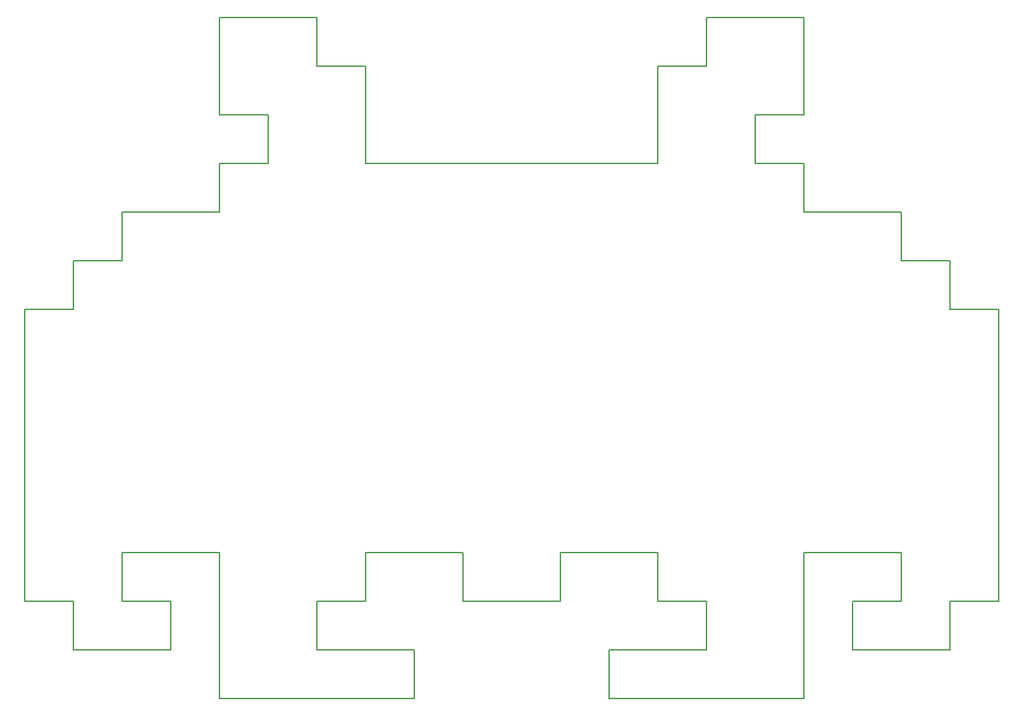
<source format=gbr>
G04 #@! TF.GenerationSoftware,KiCad,Pcbnew,5.0.2-bee76a0~70~ubuntu18.04.1*
G04 #@! TF.CreationDate,2019-06-22T03:36:54+02:00*
G04 #@! TF.ProjectId,invaders,696e7661-6465-4727-932e-6b696361645f,rev?*
G04 #@! TF.SameCoordinates,Original*
G04 #@! TF.FileFunction,Profile,NP*
%FSLAX46Y46*%
G04 Gerber Fmt 4.6, Leading zero omitted, Abs format (unit mm)*
G04 Created by KiCad (PCBNEW 5.0.2-bee76a0~70~ubuntu18.04.1) date lø. 22. juni 2019 kl. 03.36 +0200*
%MOMM*%
%LPD*%
G01*
G04 APERTURE LIST*
%ADD10C,0.150000*%
G04 APERTURE END LIST*
D10*
X38100000Y-158750000D02*
X25400000Y-158750000D01*
X31750000Y-152400000D02*
X38100000Y-152400000D01*
X133350000Y-152400000D02*
X127000000Y-152400000D01*
X133350000Y-158750000D02*
X127000000Y-158750000D01*
X57150000Y-152400000D02*
X57150000Y-158750000D01*
X63500000Y-152400000D02*
X57150000Y-152400000D01*
X107950000Y-158750000D02*
X101600000Y-158750000D01*
X107950000Y-152400000D02*
X107950000Y-158750000D01*
X101600000Y-152400000D02*
X107950000Y-152400000D01*
X139700000Y-152400000D02*
X139700000Y-158750000D01*
X146050000Y-152400000D02*
X139700000Y-152400000D01*
X146050000Y-146050000D02*
X146050000Y-152400000D01*
X127000000Y-146050000D02*
X120650000Y-146050000D01*
X133350000Y-146050000D02*
X133350000Y-152400000D01*
X133350000Y-158750000D02*
X139700000Y-158750000D01*
X127000000Y-152400000D02*
X127000000Y-158750000D01*
X120650000Y-158750000D02*
X120650000Y-165100000D01*
X101600000Y-165100000D02*
X107950000Y-165100000D01*
X101600000Y-146050000D02*
X95250000Y-146050000D01*
X101600000Y-158750000D02*
X95250000Y-158750000D01*
X57150000Y-158750000D02*
X69850000Y-158750000D01*
X63500000Y-165100000D02*
X69850000Y-165100000D01*
X44450000Y-158750000D02*
X44450000Y-165100000D01*
X44450000Y-146050000D02*
X44450000Y-158750000D01*
X31750000Y-146050000D02*
X44450000Y-146050000D01*
X31750000Y-152400000D02*
X31750000Y-146050000D01*
X44450000Y-76200000D02*
X44450000Y-82550000D01*
X63500000Y-88900000D02*
X63500000Y-82550000D01*
X101600000Y-88900000D02*
X101600000Y-82550000D01*
X120650000Y-76200000D02*
X120650000Y-82550000D01*
X101600000Y-146050000D02*
X101600000Y-152400000D01*
X88900000Y-146050000D02*
X95250000Y-146050000D01*
X88900000Y-152400000D02*
X88900000Y-146050000D01*
X76200000Y-152400000D02*
X88900000Y-152400000D01*
X76200000Y-146050000D02*
X76200000Y-152400000D01*
X63500000Y-146050000D02*
X76200000Y-146050000D01*
X63500000Y-152400000D02*
X63500000Y-146050000D01*
X69850000Y-165100000D02*
X69850000Y-158750000D01*
X57150000Y-165100000D02*
X63500000Y-165100000D01*
X44450000Y-165100000D02*
X57150000Y-165100000D01*
X38100000Y-158750000D02*
X38100000Y-152400000D01*
X101600000Y-95250000D02*
X82550000Y-95250000D01*
X101600000Y-88900000D02*
X101600000Y-95250000D01*
X107950000Y-82550000D02*
X101600000Y-82550000D01*
X107950000Y-76200000D02*
X107950000Y-82550000D01*
X120650000Y-76200000D02*
X107950000Y-76200000D01*
X120650000Y-88900000D02*
X120650000Y-82550000D01*
X114300000Y-88900000D02*
X120650000Y-88900000D01*
X63500000Y-95250000D02*
X82550000Y-95250000D01*
X63500000Y-88900000D02*
X63500000Y-95250000D01*
X57150000Y-82550000D02*
X63500000Y-82550000D01*
X57150000Y-76200000D02*
X57150000Y-82550000D01*
X44450000Y-76200000D02*
X57150000Y-76200000D01*
X44450000Y-88900000D02*
X44450000Y-82550000D01*
X50800000Y-88900000D02*
X44450000Y-88900000D01*
X95250000Y-165100000D02*
X101600000Y-165100000D01*
X114300000Y-95250000D02*
X114300000Y-88900000D01*
X120650000Y-95250000D02*
X114300000Y-95250000D01*
X120650000Y-101600000D02*
X120650000Y-95250000D01*
X133350000Y-101600000D02*
X120650000Y-101600000D01*
X133350000Y-107950000D02*
X133350000Y-101600000D01*
X139700000Y-107950000D02*
X133350000Y-107950000D01*
X139700000Y-114300000D02*
X139700000Y-107950000D01*
X146050000Y-114300000D02*
X139700000Y-114300000D01*
X146050000Y-139700000D02*
X146050000Y-114300000D01*
X146050000Y-146050000D02*
X146050000Y-139700000D01*
X127000000Y-146050000D02*
X133350000Y-146050000D01*
X120650000Y-152400000D02*
X120650000Y-146050000D01*
X120650000Y-158750000D02*
X120650000Y-152400000D01*
X120650000Y-158750000D02*
X120650000Y-158750000D01*
X107950000Y-165100000D02*
X120650000Y-165100000D01*
X95250000Y-158750000D02*
X95250000Y-165100000D01*
X25400000Y-152400000D02*
X25400000Y-158750000D01*
X19050000Y-152400000D02*
X25400000Y-152400000D01*
X19050000Y-114300000D02*
X19050000Y-152400000D01*
X25400000Y-114300000D02*
X19050000Y-114300000D01*
X25400000Y-107950000D02*
X25400000Y-114300000D01*
X31750000Y-107950000D02*
X25400000Y-107950000D01*
X31750000Y-101600000D02*
X31750000Y-107950000D01*
X44450000Y-101600000D02*
X31750000Y-101600000D01*
X44450000Y-95250000D02*
X44450000Y-101600000D01*
X50800000Y-95250000D02*
X44450000Y-95250000D01*
X50800000Y-88900000D02*
X50800000Y-95250000D01*
M02*

</source>
